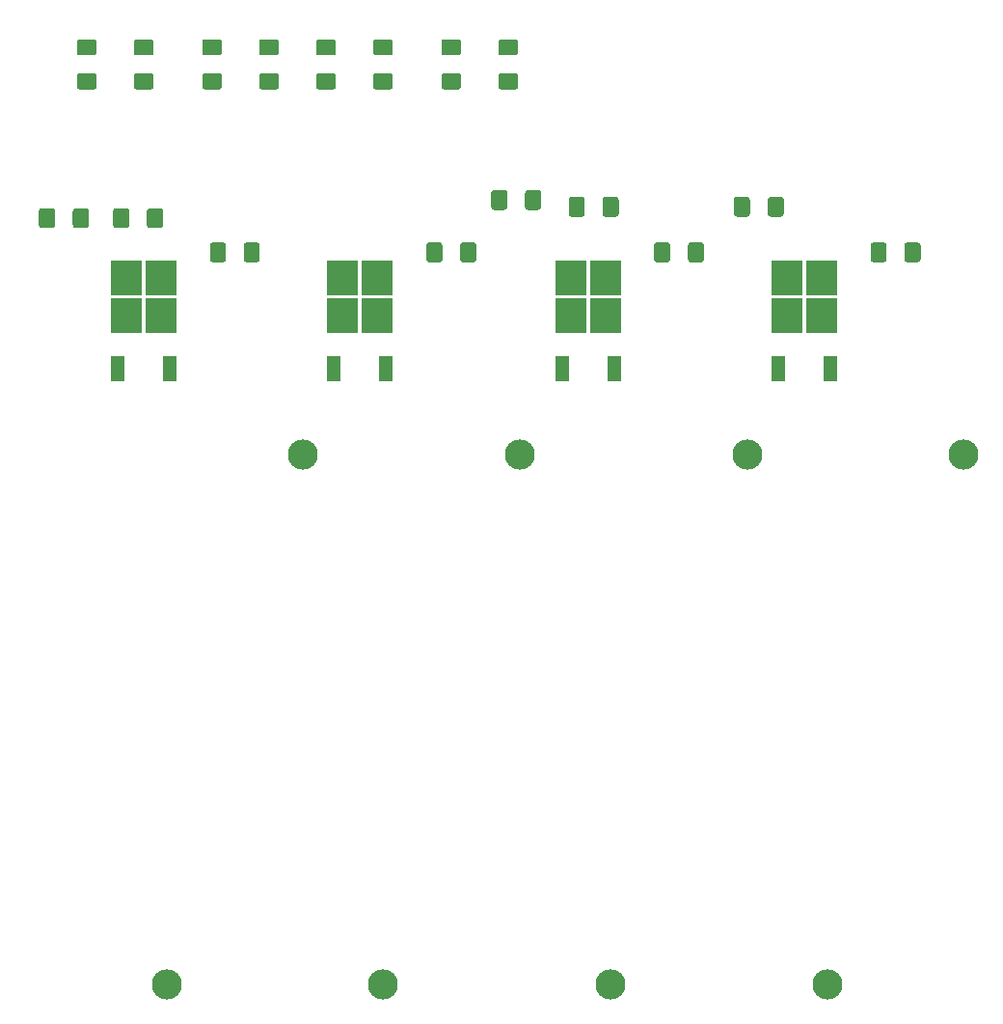
<source format=gbr>
G04 #@! TF.GenerationSoftware,KiCad,Pcbnew,(5.1.6)-1*
G04 #@! TF.CreationDate,2020-12-31T15:43:45+09:00*
G04 #@! TF.ProjectId,AA_discharger,41415f64-6973-4636-9861-726765722e6b,rev?*
G04 #@! TF.SameCoordinates,Original*
G04 #@! TF.FileFunction,Paste,Top*
G04 #@! TF.FilePolarity,Positive*
%FSLAX46Y46*%
G04 Gerber Fmt 4.6, Leading zero omitted, Abs format (unit mm)*
G04 Created by KiCad (PCBNEW (5.1.6)-1) date 2020-12-31 15:43:45*
%MOMM*%
%LPD*%
G01*
G04 APERTURE LIST*
%ADD10R,2.750000X3.050000*%
%ADD11R,1.200000X2.200000*%
%ADD12C,2.640000*%
G04 APERTURE END LIST*
G36*
G01*
X94925000Y-73775000D02*
X94925000Y-75025000D01*
G75*
G02*
X94675000Y-75275000I-250000J0D01*
G01*
X93750000Y-75275000D01*
G75*
G02*
X93500000Y-75025000I0J250000D01*
G01*
X93500000Y-73775000D01*
G75*
G02*
X93750000Y-73525000I250000J0D01*
G01*
X94675000Y-73525000D01*
G75*
G02*
X94925000Y-73775000I0J-250000D01*
G01*
G37*
G36*
G01*
X97900000Y-73775000D02*
X97900000Y-75025000D01*
G75*
G02*
X97650000Y-75275000I-250000J0D01*
G01*
X96725000Y-75275000D01*
G75*
G02*
X96475000Y-75025000I0J250000D01*
G01*
X96475000Y-73775000D01*
G75*
G02*
X96725000Y-73525000I250000J0D01*
G01*
X97650000Y-73525000D01*
G75*
G02*
X97900000Y-73775000I0J-250000D01*
G01*
G37*
D10*
X64525000Y-84575000D03*
X61475000Y-81225000D03*
X61475000Y-84575000D03*
X64525000Y-81225000D03*
D11*
X65280000Y-89200000D03*
X60720000Y-89200000D03*
D10*
X122525000Y-84575000D03*
X119475000Y-81225000D03*
X119475000Y-84575000D03*
X122525000Y-81225000D03*
D11*
X123280000Y-89200000D03*
X118720000Y-89200000D03*
D10*
X103525000Y-84575000D03*
X100475000Y-81225000D03*
X100475000Y-84575000D03*
X103525000Y-81225000D03*
D11*
X104280000Y-89200000D03*
X99720000Y-89200000D03*
D10*
X83525000Y-84575000D03*
X80475000Y-81225000D03*
X80475000Y-84575000D03*
X83525000Y-81225000D03*
D11*
X84280000Y-89200000D03*
X79720000Y-89200000D03*
D12*
X65005000Y-143230000D03*
X76995000Y-96750000D03*
G36*
G01*
X128225000Y-78375000D02*
X128225000Y-79625000D01*
G75*
G02*
X127975000Y-79875000I-250000J0D01*
G01*
X127050000Y-79875000D01*
G75*
G02*
X126800000Y-79625000I0J250000D01*
G01*
X126800000Y-78375000D01*
G75*
G02*
X127050000Y-78125000I250000J0D01*
G01*
X127975000Y-78125000D01*
G75*
G02*
X128225000Y-78375000I0J-250000D01*
G01*
G37*
G36*
G01*
X131200000Y-78375000D02*
X131200000Y-79625000D01*
G75*
G02*
X130950000Y-79875000I-250000J0D01*
G01*
X130025000Y-79875000D01*
G75*
G02*
X129775000Y-79625000I0J250000D01*
G01*
X129775000Y-78375000D01*
G75*
G02*
X130025000Y-78125000I250000J0D01*
G01*
X130950000Y-78125000D01*
G75*
G02*
X131200000Y-78375000I0J-250000D01*
G01*
G37*
G36*
G01*
X109225000Y-78375000D02*
X109225000Y-79625000D01*
G75*
G02*
X108975000Y-79875000I-250000J0D01*
G01*
X108050000Y-79875000D01*
G75*
G02*
X107800000Y-79625000I0J250000D01*
G01*
X107800000Y-78375000D01*
G75*
G02*
X108050000Y-78125000I250000J0D01*
G01*
X108975000Y-78125000D01*
G75*
G02*
X109225000Y-78375000I0J-250000D01*
G01*
G37*
G36*
G01*
X112200000Y-78375000D02*
X112200000Y-79625000D01*
G75*
G02*
X111950000Y-79875000I-250000J0D01*
G01*
X111025000Y-79875000D01*
G75*
G02*
X110775000Y-79625000I0J250000D01*
G01*
X110775000Y-78375000D01*
G75*
G02*
X111025000Y-78125000I250000J0D01*
G01*
X111950000Y-78125000D01*
G75*
G02*
X112200000Y-78375000I0J-250000D01*
G01*
G37*
G36*
G01*
X89225000Y-78375000D02*
X89225000Y-79625000D01*
G75*
G02*
X88975000Y-79875000I-250000J0D01*
G01*
X88050000Y-79875000D01*
G75*
G02*
X87800000Y-79625000I0J250000D01*
G01*
X87800000Y-78375000D01*
G75*
G02*
X88050000Y-78125000I250000J0D01*
G01*
X88975000Y-78125000D01*
G75*
G02*
X89225000Y-78375000I0J-250000D01*
G01*
G37*
G36*
G01*
X92200000Y-78375000D02*
X92200000Y-79625000D01*
G75*
G02*
X91950000Y-79875000I-250000J0D01*
G01*
X91025000Y-79875000D01*
G75*
G02*
X90775000Y-79625000I0J250000D01*
G01*
X90775000Y-78375000D01*
G75*
G02*
X91025000Y-78125000I250000J0D01*
G01*
X91950000Y-78125000D01*
G75*
G02*
X92200000Y-78375000I0J-250000D01*
G01*
G37*
G36*
G01*
X70225000Y-78375000D02*
X70225000Y-79625000D01*
G75*
G02*
X69975000Y-79875000I-250000J0D01*
G01*
X69050000Y-79875000D01*
G75*
G02*
X68800000Y-79625000I0J250000D01*
G01*
X68800000Y-78375000D01*
G75*
G02*
X69050000Y-78125000I250000J0D01*
G01*
X69975000Y-78125000D01*
G75*
G02*
X70225000Y-78375000I0J-250000D01*
G01*
G37*
G36*
G01*
X73200000Y-78375000D02*
X73200000Y-79625000D01*
G75*
G02*
X72950000Y-79875000I-250000J0D01*
G01*
X72025000Y-79875000D01*
G75*
G02*
X71775000Y-79625000I0J250000D01*
G01*
X71775000Y-78375000D01*
G75*
G02*
X72025000Y-78125000I250000J0D01*
G01*
X72950000Y-78125000D01*
G75*
G02*
X73200000Y-78375000I0J-250000D01*
G01*
G37*
G36*
G01*
X84625000Y-61725000D02*
X83375000Y-61725000D01*
G75*
G02*
X83125000Y-61475000I0J250000D01*
G01*
X83125000Y-60550000D01*
G75*
G02*
X83375000Y-60300000I250000J0D01*
G01*
X84625000Y-60300000D01*
G75*
G02*
X84875000Y-60550000I0J-250000D01*
G01*
X84875000Y-61475000D01*
G75*
G02*
X84625000Y-61725000I-250000J0D01*
G01*
G37*
G36*
G01*
X84625000Y-64700000D02*
X83375000Y-64700000D01*
G75*
G02*
X83125000Y-64450000I0J250000D01*
G01*
X83125000Y-63525000D01*
G75*
G02*
X83375000Y-63275000I250000J0D01*
G01*
X84625000Y-63275000D01*
G75*
G02*
X84875000Y-63525000I0J-250000D01*
G01*
X84875000Y-64450000D01*
G75*
G02*
X84625000Y-64700000I-250000J0D01*
G01*
G37*
G36*
G01*
X117775000Y-75625000D02*
X117775000Y-74375000D01*
G75*
G02*
X118025000Y-74125000I250000J0D01*
G01*
X118950000Y-74125000D01*
G75*
G02*
X119200000Y-74375000I0J-250000D01*
G01*
X119200000Y-75625000D01*
G75*
G02*
X118950000Y-75875000I-250000J0D01*
G01*
X118025000Y-75875000D01*
G75*
G02*
X117775000Y-75625000I0J250000D01*
G01*
G37*
G36*
G01*
X114800000Y-75625000D02*
X114800000Y-74375000D01*
G75*
G02*
X115050000Y-74125000I250000J0D01*
G01*
X115975000Y-74125000D01*
G75*
G02*
X116225000Y-74375000I0J-250000D01*
G01*
X116225000Y-75625000D01*
G75*
G02*
X115975000Y-75875000I-250000J0D01*
G01*
X115050000Y-75875000D01*
G75*
G02*
X114800000Y-75625000I0J250000D01*
G01*
G37*
G36*
G01*
X95625000Y-61725000D02*
X94375000Y-61725000D01*
G75*
G02*
X94125000Y-61475000I0J250000D01*
G01*
X94125000Y-60550000D01*
G75*
G02*
X94375000Y-60300000I250000J0D01*
G01*
X95625000Y-60300000D01*
G75*
G02*
X95875000Y-60550000I0J-250000D01*
G01*
X95875000Y-61475000D01*
G75*
G02*
X95625000Y-61725000I-250000J0D01*
G01*
G37*
G36*
G01*
X95625000Y-64700000D02*
X94375000Y-64700000D01*
G75*
G02*
X94125000Y-64450000I0J250000D01*
G01*
X94125000Y-63525000D01*
G75*
G02*
X94375000Y-63275000I250000J0D01*
G01*
X95625000Y-63275000D01*
G75*
G02*
X95875000Y-63525000I0J-250000D01*
G01*
X95875000Y-64450000D01*
G75*
G02*
X95625000Y-64700000I-250000J0D01*
G01*
G37*
G36*
G01*
X79625000Y-61725000D02*
X78375000Y-61725000D01*
G75*
G02*
X78125000Y-61475000I0J250000D01*
G01*
X78125000Y-60550000D01*
G75*
G02*
X78375000Y-60300000I250000J0D01*
G01*
X79625000Y-60300000D01*
G75*
G02*
X79875000Y-60550000I0J-250000D01*
G01*
X79875000Y-61475000D01*
G75*
G02*
X79625000Y-61725000I-250000J0D01*
G01*
G37*
G36*
G01*
X79625000Y-64700000D02*
X78375000Y-64700000D01*
G75*
G02*
X78125000Y-64450000I0J250000D01*
G01*
X78125000Y-63525000D01*
G75*
G02*
X78375000Y-63275000I250000J0D01*
G01*
X79625000Y-63275000D01*
G75*
G02*
X79875000Y-63525000I0J-250000D01*
G01*
X79875000Y-64450000D01*
G75*
G02*
X79625000Y-64700000I-250000J0D01*
G01*
G37*
G36*
G01*
X103275000Y-75625000D02*
X103275000Y-74375000D01*
G75*
G02*
X103525000Y-74125000I250000J0D01*
G01*
X104450000Y-74125000D01*
G75*
G02*
X104700000Y-74375000I0J-250000D01*
G01*
X104700000Y-75625000D01*
G75*
G02*
X104450000Y-75875000I-250000J0D01*
G01*
X103525000Y-75875000D01*
G75*
G02*
X103275000Y-75625000I0J250000D01*
G01*
G37*
G36*
G01*
X100300000Y-75625000D02*
X100300000Y-74375000D01*
G75*
G02*
X100550000Y-74125000I250000J0D01*
G01*
X101475000Y-74125000D01*
G75*
G02*
X101725000Y-74375000I0J-250000D01*
G01*
X101725000Y-75625000D01*
G75*
G02*
X101475000Y-75875000I-250000J0D01*
G01*
X100550000Y-75875000D01*
G75*
G02*
X100300000Y-75625000I0J250000D01*
G01*
G37*
G36*
G01*
X90625000Y-61725000D02*
X89375000Y-61725000D01*
G75*
G02*
X89125000Y-61475000I0J250000D01*
G01*
X89125000Y-60550000D01*
G75*
G02*
X89375000Y-60300000I250000J0D01*
G01*
X90625000Y-60300000D01*
G75*
G02*
X90875000Y-60550000I0J-250000D01*
G01*
X90875000Y-61475000D01*
G75*
G02*
X90625000Y-61725000I-250000J0D01*
G01*
G37*
G36*
G01*
X90625000Y-64700000D02*
X89375000Y-64700000D01*
G75*
G02*
X89125000Y-64450000I0J250000D01*
G01*
X89125000Y-63525000D01*
G75*
G02*
X89375000Y-63275000I250000J0D01*
G01*
X90625000Y-63275000D01*
G75*
G02*
X90875000Y-63525000I0J-250000D01*
G01*
X90875000Y-64450000D01*
G75*
G02*
X90625000Y-64700000I-250000J0D01*
G01*
G37*
G36*
G01*
X74625000Y-61725000D02*
X73375000Y-61725000D01*
G75*
G02*
X73125000Y-61475000I0J250000D01*
G01*
X73125000Y-60550000D01*
G75*
G02*
X73375000Y-60300000I250000J0D01*
G01*
X74625000Y-60300000D01*
G75*
G02*
X74875000Y-60550000I0J-250000D01*
G01*
X74875000Y-61475000D01*
G75*
G02*
X74625000Y-61725000I-250000J0D01*
G01*
G37*
G36*
G01*
X74625000Y-64700000D02*
X73375000Y-64700000D01*
G75*
G02*
X73125000Y-64450000I0J250000D01*
G01*
X73125000Y-63525000D01*
G75*
G02*
X73375000Y-63275000I250000J0D01*
G01*
X74625000Y-63275000D01*
G75*
G02*
X74875000Y-63525000I0J-250000D01*
G01*
X74875000Y-64450000D01*
G75*
G02*
X74625000Y-64700000I-250000J0D01*
G01*
G37*
G36*
G01*
X63287500Y-76625000D02*
X63287500Y-75375000D01*
G75*
G02*
X63537500Y-75125000I250000J0D01*
G01*
X64462500Y-75125000D01*
G75*
G02*
X64712500Y-75375000I0J-250000D01*
G01*
X64712500Y-76625000D01*
G75*
G02*
X64462500Y-76875000I-250000J0D01*
G01*
X63537500Y-76875000D01*
G75*
G02*
X63287500Y-76625000I0J250000D01*
G01*
G37*
G36*
G01*
X60312500Y-76625000D02*
X60312500Y-75375000D01*
G75*
G02*
X60562500Y-75125000I250000J0D01*
G01*
X61487500Y-75125000D01*
G75*
G02*
X61737500Y-75375000I0J-250000D01*
G01*
X61737500Y-76625000D01*
G75*
G02*
X61487500Y-76875000I-250000J0D01*
G01*
X60562500Y-76875000D01*
G75*
G02*
X60312500Y-76625000I0J250000D01*
G01*
G37*
G36*
G01*
X63625000Y-61725000D02*
X62375000Y-61725000D01*
G75*
G02*
X62125000Y-61475000I0J250000D01*
G01*
X62125000Y-60550000D01*
G75*
G02*
X62375000Y-60300000I250000J0D01*
G01*
X63625000Y-60300000D01*
G75*
G02*
X63875000Y-60550000I0J-250000D01*
G01*
X63875000Y-61475000D01*
G75*
G02*
X63625000Y-61725000I-250000J0D01*
G01*
G37*
G36*
G01*
X63625000Y-64700000D02*
X62375000Y-64700000D01*
G75*
G02*
X62125000Y-64450000I0J250000D01*
G01*
X62125000Y-63525000D01*
G75*
G02*
X62375000Y-63275000I250000J0D01*
G01*
X63625000Y-63275000D01*
G75*
G02*
X63875000Y-63525000I0J-250000D01*
G01*
X63875000Y-64450000D01*
G75*
G02*
X63625000Y-64700000I-250000J0D01*
G01*
G37*
G36*
G01*
X69625000Y-61725000D02*
X68375000Y-61725000D01*
G75*
G02*
X68125000Y-61475000I0J250000D01*
G01*
X68125000Y-60550000D01*
G75*
G02*
X68375000Y-60300000I250000J0D01*
G01*
X69625000Y-60300000D01*
G75*
G02*
X69875000Y-60550000I0J-250000D01*
G01*
X69875000Y-61475000D01*
G75*
G02*
X69625000Y-61725000I-250000J0D01*
G01*
G37*
G36*
G01*
X69625000Y-64700000D02*
X68375000Y-64700000D01*
G75*
G02*
X68125000Y-64450000I0J250000D01*
G01*
X68125000Y-63525000D01*
G75*
G02*
X68375000Y-63275000I250000J0D01*
G01*
X69625000Y-63275000D01*
G75*
G02*
X69875000Y-63525000I0J-250000D01*
G01*
X69875000Y-64450000D01*
G75*
G02*
X69625000Y-64700000I-250000J0D01*
G01*
G37*
G36*
G01*
X56775000Y-76625000D02*
X56775000Y-75375000D01*
G75*
G02*
X57025000Y-75125000I250000J0D01*
G01*
X57950000Y-75125000D01*
G75*
G02*
X58200000Y-75375000I0J-250000D01*
G01*
X58200000Y-76625000D01*
G75*
G02*
X57950000Y-76875000I-250000J0D01*
G01*
X57025000Y-76875000D01*
G75*
G02*
X56775000Y-76625000I0J250000D01*
G01*
G37*
G36*
G01*
X53800000Y-76625000D02*
X53800000Y-75375000D01*
G75*
G02*
X54050000Y-75125000I250000J0D01*
G01*
X54975000Y-75125000D01*
G75*
G02*
X55225000Y-75375000I0J-250000D01*
G01*
X55225000Y-76625000D01*
G75*
G02*
X54975000Y-76875000I-250000J0D01*
G01*
X54050000Y-76875000D01*
G75*
G02*
X53800000Y-76625000I0J250000D01*
G01*
G37*
G36*
G01*
X58625000Y-61725000D02*
X57375000Y-61725000D01*
G75*
G02*
X57125000Y-61475000I0J250000D01*
G01*
X57125000Y-60550000D01*
G75*
G02*
X57375000Y-60300000I250000J0D01*
G01*
X58625000Y-60300000D01*
G75*
G02*
X58875000Y-60550000I0J-250000D01*
G01*
X58875000Y-61475000D01*
G75*
G02*
X58625000Y-61725000I-250000J0D01*
G01*
G37*
G36*
G01*
X58625000Y-64700000D02*
X57375000Y-64700000D01*
G75*
G02*
X57125000Y-64450000I0J250000D01*
G01*
X57125000Y-63525000D01*
G75*
G02*
X57375000Y-63275000I250000J0D01*
G01*
X58625000Y-63275000D01*
G75*
G02*
X58875000Y-63525000I0J-250000D01*
G01*
X58875000Y-64450000D01*
G75*
G02*
X58625000Y-64700000I-250000J0D01*
G01*
G37*
X123005000Y-143230000D03*
X134995000Y-96750000D03*
X104005000Y-143230000D03*
X115995000Y-96750000D03*
X84005000Y-143230000D03*
X95995000Y-96750000D03*
M02*

</source>
